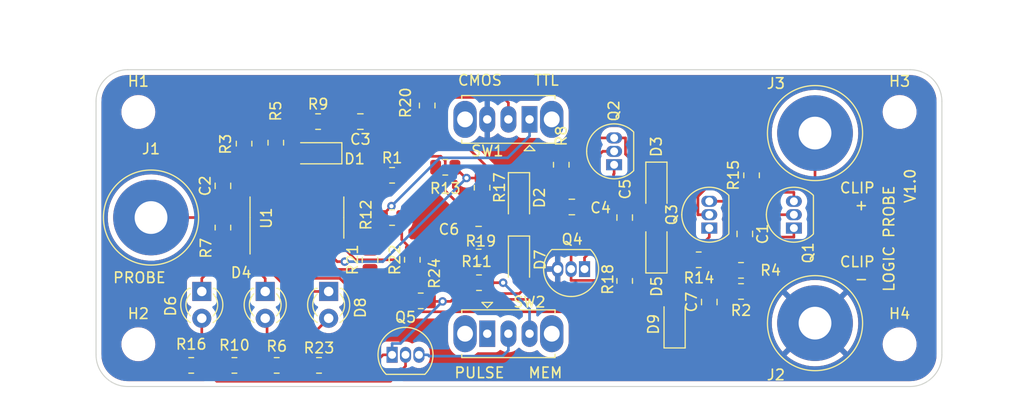
<source format=kicad_pcb>
(kicad_pcb (version 20221232) (generator pcbnew)
  (layers (0 "F.Cu" signal) (31 "B.Cu" signal) (34 "B.Paste" user) (35 "F.Paste" user) (36 "B.SilkS" user "B.Silkscreen") (37 "F.SilkS" user "F.Silkscreen") (38 "B.Mask" user) (39 "F.Mask" user) (44 "Edge.Cuts" user))
  (net 0 "")
  (net 1 "GND")
  (net 2 "Net-(Q1-E)")
  (net 3 "Net-(J1-Pin_1)")
  (net 4 "Net-(D2-A)")
  (net 5 "Net-(U1C--)")
  (net 6 "Net-(Q2-B)")
  (net 7 "Net-(Q2-E)")
  (net 8 "Net-(D3-A)")
  (net 9 "Net-(SW2-C)")
  (net 10 "Net-(D9-A)")
  (net 11 "Net-(D1-K)")
  (net 12 "VCC")
  (net 13 "Net-(D1-A)")
  (net 14 "Net-(D3-K)")
  (net 15 "Net-(D4-K)")
  (net 16 "Net-(D4-A)")
  (net 17 "Net-(D5-K)")
  (net 18 "Net-(D6-K)")
  (net 19 "Net-(D6-A)")
  (net 20 "Net-(D8-K)")
  (net 21 "Net-(D8-A)")
  (net 22 "Net-(Q1-B)")
  (net 23 "Net-(Q5-B)")
  (net 24 "Net-(Q5-C)")
  (net 25 "Net-(U1C-+)")
  (net 26 "Net-(R12-Pad2)")
  (net 27 "Net-(SW1-A)")
  (net 28 "Net-(U1B--)")
  (net 29 "Net-(SW1-B)")
  (net 30 "Net-(U1A-+)")
  (footprint "MountingHole:MountingHole_2.2mm_M2_DIN965" (layer "F.Cu") (at 187.85 83.24)
    (fp_text reference "H3" (at 0 -2.9) (layer "F.SilkS"))
    (fp_text value "MountingHole")
    (pad "" np_thru_hole circle locked (at 0 0) (size 2.2 2.2) (drill 2.2) (layers *.Cu *.Mask))
  )
  (footprint "Connector:Banana_Jack_1Pin" (layer "F.Cu") (at 179.85 85.24 90)
    (fp_text reference "J3" (at 4.7 -3.7 180) (layer "F.SilkS"))
    (fp_text value "VCC CLIP")
    (pad "1" thru_hole circle (at 0 0 90) (size 7.16 7.16) (drill 3.1) (layers *.Cu *.Mask) (net 10 "Net-(D9-A)"))
  )
  (footprint "Diode_SMD:D_SOD-123" (layer "F.Cu") (at 132.85 87.1525 180)
    (fp_text reference "D1" (at -3.45 -0.5375) (layer "F.SilkS"))
    (fp_text value "1N4148W")
    (pad "1" smd rect locked (at -1.65 0 180) (size 0.9 1.2) (layers "F.Cu" "F.Paste" "F.Mask") (net 11 "Net-(D1-K)"))
    (pad "2" smd rect locked (at 1.65 0 180) (size 0.9 1.2) (layers "F.Cu" "F.Paste" "F.Mask") (net 13 "Net-(D1-A)"))
  )
  (footprint "MountingHole:MountingHole_2.2mm_M2_DIN965" (layer "F.Cu") (at 187.85 105.24)
    (fp_text reference "H4" (at 0 -2.9) (layer "F.SilkS"))
    (fp_text value "MountingHole")
    (pad "" np_thru_hole circle locked (at 0 0) (size 2.2 2.2) (drill 2.2) (layers *.Cu *.Mask))
  )
  (footprint "Resistor_SMD:R_0805_2012Metric" (layer "F.Cu") (at 148.04 96.97 180)
    (fp_text reference "R19" (at -0.2 1.5) (layer "F.SilkS"))
    (fp_text value "100K")
    (pad "1" smd roundrect locked (at -0.9125 0 180) (size 1.025 1.4) (layers "F.Cu" "F.Paste" "F.Mask") (roundrect_rratio 0.243902439) (net 9 "Net-(SW2-C)"))
    (pad "2" smd roundrect locked (at 0.9125 0 180) (size 1.025 1.4) (layers "F.Cu" "F.Paste" "F.Mask") (roundrect_rratio 0.243902439) (net 1 "GND"))
  )
  (footprint "Resistor_SMD:R_0805_2012Metric" (layer "F.Cu") (at 124.9375 107.24 180)
    (fp_text reference "R10" (at 0 1.9125) (layer "F.SilkS"))
    (fp_text value "200R")
    (pad "1" smd roundrect locked (at -0.9125 0 180) (size 1.025 1.4) (layers "F.Cu" "F.Paste" "F.Mask") (roundrect_rratio 0.243902439) (net 12 "VCC"))
    (pad "2" smd roundrect locked (at 0.9125 0 180) (size 1.025 1.4) (layers "F.Cu" "F.Paste" "F.Mask") (roundrect_rratio 0.243902439) (net 19 "Net-(D6-A)"))
  )
  (footprint "Package_TO_SOT_THT:TO-92_Inline" (layer "F.Cu") (at 139.85 106.24)
    (fp_text reference "Q5" (at 1.27 -3.56) (layer "F.SilkS"))
    (fp_text value "2N3906")
    (pad "1" thru_hole rect locked (at 0 0) (size 1.05 1.5) (drill 0.75) (layers *.Cu *.Mask) (net 12 "VCC"))
    (pad "2" thru_hole oval locked (at 1.27 0) (size 1.05 1.5) (drill 0.75) (layers *.Cu *.Mask) (net 23 "Net-(Q5-B)"))
    (pad "3" thru_hole oval locked (at 2.54 0) (size 1.05 1.5) (drill 0.75) (layers *.Cu *.Mask) (net 24 "Net-(Q5-C)"))
  )
  (footprint "Capacitor_SMD:C_0805_2012Metric" (layer "F.Cu") (at 161.85 93.24 90)
    (fp_text reference "C5" (at 2.69 0.04 90) (layer "F.SilkS"))
    (fp_text value "200pF")
    (pad "1" smd roundrect locked (at -0.95 0 90) (size 1 1.45) (layers "F.Cu" "F.Paste" "F.Mask") (net 7 "Net-(Q2-E)"))
    (pad "2" smd roundrect locked (at 0.95 0 90) (size 1 1.45) (layers "F.Cu" "F.Paste" "F.Mask") (net 8 "Net-(D3-A)"))
  )
  (footprint "Diode_SMD:D_SOD-123" (layer "F.Cu") (at 164.85 96.24 90)
    (fp_text reference "D5" (at -3.53 0.02 90) (layer "F.SilkS"))
    (fp_text value "1N4148W")
    (pad "1" smd rect locked (at -1.65 0 90) (size 0.9 1.2) (layers "F.Cu" "F.Paste" "F.Mask") (net 17 "Net-(D5-K)"))
    (pad "2" smd rect locked (at 1.65 0 90) (size 0.9 1.2) (layers "F.Cu" "F.Paste" "F.Mask") (net 8 "Net-(D3-A)"))
  )
  (footprint "Resistor_SMD:R_0805_2012Metric" (layer "F.Cu") (at 123.85 94.19 -90)
    (fp_text reference "R7" (at 1.95 1.6 90) (layer "F.SilkS"))
    (fp_text value "100K")
    (pad "1" smd roundrect locked (at -0.9125 0 270) (size 1.025 1.4) (layers "F.Cu" "F.Paste" "F.Mask") (roundrect_rratio 0.243902439) (net 3 "Net-(J1-Pin_1)"))
    (pad "2" smd roundrect locked (at 0.9125 0 270) (size 1.025 1.4) (layers "F.Cu" "F.Paste" "F.Mask") (roundrect_rratio 0.243902439) (net 4 "Net-(D2-A)"))
  )
  (footprint "Package_TO_SOT_THT:TO-92_Inline" (layer "F.Cu") (at 177.85 94.24 90)
    (fp_text reference "Q1" (at -2.35 1.35 90) (layer "F.SilkS"))
    (fp_text value "2N3906")
    (pad "1" thru_hole rect locked (at 0 0 90) (size 1.05 1.5) (drill 0.75) (layers *.Cu *.Mask) (net 2 "Net-(Q1-E)"))
    (pad "2" thru_hole oval locked (at 1.27 0 90) (size 1.05 1.5) (drill 0.75) (layers *.Cu *.Mask) (net 22 "Net-(Q1-B)"))
    (pad "3" thru_hole oval locked (at 2.54 0 90) (size 1.05 1.5) (drill 0.75) (layers *.Cu *.Mask) (net 14 "Net-(D3-K)"))
  )
  (footprint "MountingHole:MountingHole_2.2mm_M2_DIN965" (layer "F.Cu") (at 115.85 83.24)
    (fp_text reference "H1" (at 0 -2.9) (layer "F.SilkS"))
    (fp_text value "MountingHole")
    (pad "" np_thru_hole circle locked (at 0 0) (size 2.2 2.2) (drill 2.2) (layers *.Cu *.Mask))
  )
  (footprint "Capacitor_SMD:C_0805_2012Metric" (layer "F.Cu") (at 148.03 94.81)
    (fp_text reference "C6" (at -2.8 -0.45) (layer "F.SilkS"))
    (fp_text value "1nF")
    (pad "1" smd roundrect locked (at -0.95 0) (size 1 1.45) (layers "F.Cu" "F.Paste" "F.Mask") (net 1 "GND"))
    (pad "2" smd roundrect locked (at 0.95 0) (size 1 1.45) (layers "F.Cu" "F.Paste" "F.Mask") (net 9 "Net-(SW2-C)"))
  )
  (footprint "Resistor_SMD:R_0805_2012Metric" (layer "F.Cu") (at 142.56 101.13)
    (fp_text reference "R24" (at 1.3 -2.6 90) (layer "F.SilkS"))
    (fp_text value "10K")
    (pad "1" smd roundrect locked (at -0.9125 0) (size 1.025 1.4) (layers "F.Cu" "F.Paste" "F.Mask") (roundrect_rratio 0.243902439) (net 30 "Net-(U1A-+)"))
    (pad "2" smd roundrect locked (at 0.9125 0) (size 1.025 1.4) (layers "F.Cu" "F.Paste" "F.Mask") (roundrect_rratio 0.243902439) (net 12 "VCC"))
  )
  (footprint "Resistor_SMD:R_0805_2012Metric" (layer "F.Cu") (at 148.36 90.41 -90)
    (fp_text reference "R17" (at 0 -1.65 90) (layer "F.SilkS"))
    (fp_text value "30K")
    (pad "1" smd roundrect locked (at -0.9125 0 270) (size 1.025 1.4) (layers "F.Cu" "F.Paste" "F.Mask") (roundrect_rratio 0.243902439) (net 28 "Net-(U1B--)"))
    (pad "2" smd roundrect locked (at 0.9125 0 270) (size 1.025 1.4) (layers "F.Cu" "F.Paste" "F.Mask") (roundrect_rratio 0.243902439) (net 1 "GND"))
  )
  (footprint "Resistor_SMD:R_0805_2012Metric" (layer "F.Cu") (at 161.85 99.24 90)
    (fp_text reference "R18" (at 0.15 -1.6 90) (layer "F.SilkS"))
    (fp_text value "4.7M")
    (pad "1" smd roundrect locked (at -0.9125 0 90) (size 1.025 1.4) (layers "F.Cu" "F.Paste" "F.Mask") (roundrect_rratio 0.243902439) (net 6 "Net-(Q2-B)"))
    (pad "2" smd roundrect locked (at 0.9125 0 90) (size 1.025 1.4) (layers "F.Cu" "F.Paste" "F.Mask") (roundrect_rratio 0.243902439) (net 1 "GND"))
  )
  (footprint "Resistor_SMD:R_0805_2012Metric" (layer "F.Cu") (at 155.85 88.24 -90)
    (fp_text reference "R8" (at -2.72 -0.01 90) (layer "F.SilkS"))
    (fp_text value "4.7M")
    (pad "1" smd roundrect locked (at -0.9125 0 270) (size 1.025 1.4) (layers "F.Cu" "F.Paste" "F.Mask") (roundrect_rratio 0.243902439) (net 12 "VCC"))
    (pad "2" smd roundrect locked (at 0.9125 0 270) (size 1.025 1.4) (layers "F.Cu" "F.Paste" "F.Mask") (roundrect_rratio 0.243902439) (net 6 "Net-(Q2-B)"))
  )
  (footprint "Resistor_SMD:R_0805_2012Metric" (layer "F.Cu") (at 143.17 82.63 -90)
    (fp_text reference "R20" (at -0.26 2.05 90) (layer "F.SilkS"))
    (fp_text value "20K")
    (pad "1" smd roundrect locked (at -0.9125 0 270) (size 1.025 1.4) (layers "F.Cu" "F.Paste" "F.Mask") (roundrect_rratio 0.243902439) (net 1 "GND"))
    (pad "2" smd roundrect locked (at 0.9125 0 270) (size 1.025 1.4) (layers "F.Cu" "F.Paste" "F.Mask") (roundrect_rratio 0.243902439) (net 29 "Net-(SW1-B)"))
  )
  (footprint "Capacitor_SMD:C_0805_2012Metric" (layer "F.Cu") (at 169.85 101.24 90)
    (fp_text reference "C7" (at 0 -1.68 90) (layer "F.SilkS"))
    (fp_text value "100nF")
    (pad "1" smd roundrect locked (at -0.95 0 90) (size 1 1.45) (layers "F.Cu" "F.Paste" "F.Mask") (net 1 "GND"))
    (pad "2" smd roundrect locked (at 0.95 0 90) (size 1 1.45) (layers "F.Cu" "F.Paste" "F.Mask") (net 10 "Net-(D9-A)"))
  )
  (footprint "Button_Switch_THT:SW_Slide_1P2T_CK_OS102011MS2Q" (layer "F.Cu") (at 148.85 104.24)
    (fp_text reference "SW2" (at 3.99 -2.99) (layer "F.SilkS"))
    (fp_text value "SW_SPDT")
    (pad "" thru_hole oval locked (at -2.1 0) (size 2.2 3.5) (drill 1.5) (layers *.Cu *.Mask))
    (pad "" thru_hole oval locked (at 6.1 0) (size 2.2 3.5) (drill 1.5) (layers *.Cu *.Mask))
    (pad "1" thru_hole rect locked (at 0 0) (size 1.5 2.5) (drill 0.8) (layers *.Cu *.Mask))
    (pad "2" thru_hole oval locked (at 2 0) (size 1.5 2.5) (drill 0.8) (layers *.Cu *.Mask) (net 24 "Net-(Q5-C)"))
    (pad "3" thru_hole oval locked (at 4 0) (size 1.5 2.5) (drill 0.8) (layers *.Cu *.Mask) (net 9 "Net-(SW2-C)"))
  )
  (footprint "Connector:Banana_Jack_1Pin" (layer "F.Cu") (at 117.05 93.24)
    (fp_text reference "J1" (at 0 -6.5) (layer "F.SilkS"))
    (fp_text value "PROBE")
    (pad "1" thru_hole circle (at 0 0) (size 7.16 7.16) (drill 3.1) (layers *.Cu *.Mask) (net 3 "Net-(J1-Pin_1)"))
  )
  (footprint "Capacitor_SMD:C_0805_2012Metric" (layer "F.Cu") (at 156.85 92.24)
    (fp_text reference "C4" (at 2.72 0.08) (layer "F.SilkS"))
    (fp_text value "100pF")
    (pad "1" smd roundrect locked (at -0.95 0) (size 1 1.45) (layers "F.Cu" "F.Paste" "F.Mask") (net 4 "Net-(D2-A)"))
    (pad "2" smd roundrect locked (at 0.95 0) (size 1 1.45) (layers "F.Cu" "F.Paste" "F.Mask") (net 6 "Net-(Q2-B)"))
  )
  (footprint "Capacitor_SMD:C_0805_2012Metric" (layer "F.Cu") (at 173.21 94.79 -90)
    (fp_text reference "C1" (at 0 -1.68 90) (layer "F.SilkS"))
    (fp_text value "5nF")
    (pad "1" smd roundrect locked (at -0.95 0 270) (size 1 1.45) (layers "F.Cu" "F.Paste" "F.Mask") (net 1 "GND"))
    (pad "2" smd roundrect locked (at 0.95 0 270) (size 1 1.45) (layers "F.Cu" "F.Paste" "F.Mask") (net 2 "Net-(Q1-E)"))
  )
  (footprint "Resistor_SMD:R_0805_2012Metric" (layer "F.Cu") (at 172.85 100.24)
    (fp_text reference "R2" (at 0 1.8) (layer "F.SilkS"))
    (fp_text value "100K")
    (pad "1" smd roundrect locked (at -0.9125 0) (size 1.025 1.4) (layers "F.Cu" "F.Paste" "F.Mask") (roundrect_rratio 0.243902439) (net 25 "Net-(U1C-+)"))
    (pad "2" smd roundrect locked (at 0.9125 0) (size 1.025 1.4) (layers "F.Cu" "F.Paste" "F.Mask") (roundrect_rratio 0.243902439) (net 12 "VCC"))
  )
  (footprint "Resistor_SMD:R_0805_2012Metric" (layer "F.Cu") (at 172.85 98.24 180)
    (fp_text reference "R4" (at -2.8 0) (layer "F.SilkS"))
    (fp_text value "100K")
    (pad "1" smd roundrect locked (at -0.9125 0 180) (size 1.025 1.4) (layers "F.Cu" "F.Paste" "F.Mask") (roundrect_rratio 0.243902439) (net 2 "Net-(Q1-E)"))
    (pad "2" smd roundrect locked (at 0.9125 0 180) (size 1.025 1.4) (layers "F.Cu" "F.Paste" "F.Mask") (roundrect_rratio 0.243902439) (net 25 "Net-(U1C-+)"))
  )
  (footprint "Resistor_SMD:R_0805_2012Metric" (layer "F.Cu") (at 141.7625 97.24 90)
    (fp_text reference "R22" (at 0 -1.65 90) (layer "F.SilkS"))
    (fp_text value "4.7M")
    (pad "1" smd roundrect locked (at -0.9125 0 90) (size 1.025 1.4) (layers "F.Cu" "F.Paste" "F.Mask") (roundrect_rratio 0.243902439) (net 4 "Net-(D2-A)"))
    (pad "2" smd roundrect locked (at 0.9125 0 90) (size 1.025 1.4) (layers "F.Cu" "F.Paste" "F.Mask") (roundrect_rratio 0.243902439) (net 26 "Net-(R12-Pad2)"))
  )
  (footprint "Resistor_SMD:R_0805_2012Metric" (layer "F.Cu") (at 148.07 99.41)
    (fp_text reference "R11" (at -0.227064 -2) (layer "F.SilkS"))
    (fp_text value "100K")
    (pad "1" smd roundrect locked (at -0.9125 0) (size 1.025 1.4) (layers "F.Cu" "F.Paste" "F.Mask") (roundrect_rratio 0.243902439) (net 12 "VCC"))
    (pad "2" smd roundrect locked (at 0.9125 0) (size 1.025 1.4) (layers "F.Cu" "F.Paste" "F.Mask") (roundrect_rratio 0.243902439) (net 9 "Net-(SW2-C)"))
  )
  (footprint "Package_TO_SOT_THT:TO-92_Inline" (layer "F.Cu") (at 158.05 98.12 180)
    (fp_text reference "Q4" (at 1.17 2.81) (layer "F.SilkS"))
    (fp_text value "2N3906")
    (pad "1" thru_hole rect locked (at 0 0 180) (size 1.05 1.5) (drill 0.75) (layers *.Cu *.Mask) (net 7 "Net-(Q2-E)"))
    (pad "2" thru_hole oval locked (at 1.27 0 180) (size 1.05 1.5) (drill 0.75) (layers *.Cu *.Mask) (net 6 "Net-(Q2-B)"))
    (pad "3" thru_hole oval locked (at 2.54 0 180) (size 1.05 1.5) (drill 0.75) (layers *.Cu *.Mask) (net 1 "GND"))
  )
  (footprint "MountingHole:MountingHole_2.2mm_M2_DIN965" (layer "F.Cu") (at 115.85 105.24)
    (fp_text reference "H2" (at 0 -2.9) (layer "F.SilkS"))
    (fp_text value "MountingHole")
    (pad "" np_thru_hole circle locked (at 0 0) (size 2.2 2.2) (drill 2.2) (layers *.Cu *.Mask))
  )
  (footprint "Resistor_SMD:R_0805_2012Metric" (layer "F.Cu") (at 125.85 86.24 90)
    (fp_text reference "R3" (at -0.05 -1.75 90) (layer "F.SilkS"))
    (fp_text value "200R")
    (pad "1" smd roundrect locked (at -0.9125 0 90) (size 1.025 1.4) (layers "F.Cu" "F.Paste" "F.Mask") (roundrect_rratio 0.243902439) (net 12 "VCC"))
    (pad "2" smd roundrect locked (at 0.9125 0 90) (size 1.025 1.4) (layers "F.Cu" "F.Paste" "F.Mask") (roundrect_rratio 0.243902439) (net 13 "Net-(D1-A)"))
  )
  (footprint "Button_Switch_THT:SW_Slide_1P2T_CK_OS102011MS2Q" (layer "F.Cu") (at 152.85 83.9425 180)
    (fp_text reference "SW1" (at 3.99 -2.99) (layer "F.SilkS"))
    (fp_text value "SW_SPDT")
    (pad "" thru_hole oval locked (at -2.1 0 180) (size 2.2 3.5) (drill 1.5) (layers *.Cu *.Mask))
    (pad "" thru_hole oval locked (at 6.1 0 180) (size 2.2 3.5) (drill 1.5) (layers *.Cu *.Mask))
    (pad "1" thru_hole rect locked (at 0 0 180) (size 1.5 2.5) (drill 0.8) (layers *.Cu *.Mask) (net 27 "Net-(SW1-A)"))
    (pad "2" thru_hole oval locked (at 2 0 180) (size 1.5 2.5) (drill 0.8) (layers *.Cu *.Mask) (net 29 "Net-(SW1-B)"))
    (pad "3" thru_hole oval locked (at 4 0 180) (size 1.5 2.5) (drill 0.8) (layers *.Cu *.Mask) (net 1 "GND"))
  )
  (footprint "Resistor_SMD:R_0805_2012Metric" (layer "F.Cu") (at 132.85 84.1525)
    (fp_text reference "R9" (at 0 -1.65) (layer "F.SilkS"))
    (fp_text value "120K")
    (pad "1" smd roundrect locked (at -0.9125 0) (size 1.025 1.4) (layers "F.Cu" "F.Paste" "F.Mask") (roundrect_rratio 0.243902439) (net 13 "Net-(D1-A)"))
    (pad "2" smd roundrect locked (at 0.9125 0) (size 1.025 1.4) (layers "F.Cu" "F.Paste" "F.Mask") (roundrect_rratio 0.243902439) (net 5 "Net-(U1C--)"))
  )
  (footprint "Connector:Banana_Jack_1Pin" (layer "F.Cu") (at 179.85 103.24 90)
    (fp_text reference "J2" (at -4.9 -3.7 180) (layer "F.SilkS"))
    (fp_text value "GND CLIP")
    (pad "1" thru_hole circle (at 0 0 90) (size 7.16 7.16) (drill 3.1) (layers *.Cu *.Mask) (net 1 "GND"))
  )
  (footprint "LED_THT:LED_D3.0mm_FlatTop" (layer "F.Cu") (at 121.85 100.24 -90)
    (fp_text reference "D6" (at 1.38 2.95 90) (layer "F.SilkS"))
    (fp_text value "CLK")
    (pad "1" thru_hole rect locked (at 0 0 270) (size 1.8 1.8) (drill 0.9) (layers *.Cu *.Mask) (net 18 "Net-(D6-K)"))
    (pad "2" thru_hole circle locked (at 2.54 0 270) (size 1.8 1.8) (drill 0.9) (layers *.Cu *.Mask) (net 19 "Net-(D6-A)"))
  )
  (footprint "Resistor_SMD:R_0805_2012Metric" (layer "F.Cu") (at 144.88 88.48)
    (fp_text reference "R13" (at 0 2) (layer "F.SilkS"))
    (fp_text value "20K")
    (pad "1" smd roundrect locked (at -0.9125 0) (size 1.025 1.4) (layers "F.Cu" "F.Paste" "F.Mask") (roundrect_rratio 0.243902439) (net 26 "Net-(R12-Pad2)"))
    (pad "2" smd roundrect locked (at 0.9125 0) (size 1.025 1.4) (layers "F.Cu" "F.Paste" "F.Mask") (roundrect_rratio 0.243902439) (net 28 "Net-(U1B--)"))
  )
  (footprint "Resistor_SMD:R_0805_2012Metric" (layer "F.Cu") (at 139.85 93.24)
    (fp_text reference "R12" (at -2.4625 -0.25 90) (layer "F.SilkS"))
    (fp_text value "15K")
    (pad "1" smd roundrect locked (at -0.9125 0) (size 1.025 1.4) (layers "F.Cu" "F.Paste" "F.Mask") (roundrect_rratio 0.243902439) (net 27 "Net-(SW1-A)"))
    (pad "2" smd roundrect locked (at 0.9125 0) (size 1.025 1.4) (layers "F.Cu" "F.Paste" "F.Mask") (roundrect_rratio 0.243902439) (net 26 "Net-(R12-Pad2)"))
  )
  (footprint "Package_TO_SOT_THT:TO-92_Inline" (layer "F.Cu") (at 160.85 88.24 90)
    (fp_text reference "Q2" (at 5.1 -0.02 90) (layer "F.SilkS"))
    (fp_text value "2N3904")
    (pad "1" thru_hole rect locked (at 0 0 90) (size 1.05 1.5) (drill 0.75) (layers *.Cu *.Mask) (net 7 "Net-(Q2-E)"))
    (pad "2" thru_hole oval locked (at 1.27 0 90) (size 1.05 1.5) (drill 0.75) (layers *.Cu *.Mask) (net 6 "Net-(Q2-B)"))
    (pad "3" thru_hole oval locked (at 2.54 0 90) (size 1.05 1.5) (drill 0.75) (layers *.Cu *.Mask) (net 12 "VCC"))
  )
  (footprint "Resistor_SMD:R_0805_2012Metric" (layer "F.Cu") (at 139.85 89.24)
    (fp_text reference "R1" (at 0 -1.65) (layer "F.SilkS"))
    (fp_text value "100K")
    (pad "1" smd roundrect locked (at -0.9125 0) (size 1.025 1.4) (layers "F.Cu" "F.Paste" "F.Mask") (roundrect_rratio 0.243902439) (net 11 "Net-(D1-K)"))
    (pad "2" smd roundrect locked (at 0.9125 0) (size 1.025 1.4) (layers "F.Cu" "F.Paste" "F.Mask") (roundrect_rratio 0.243902439) (net 25 "Net-(U1C-+)"))
  )
  (footprint "LED_THT:LED_D3.0mm_FlatTop" (layer "F.Cu") (at 133.85 100.24 -90)
    (fp_text reference "D8" (at 1.54 -3 90) (layer "F.SilkS"))
    (fp_text value "HIGH")
    (pad "1" thru_hole rect locked (at 0 0 270) (size 1.8 1.8) (drill 0.9) (layers *.Cu *.Mask) (net 20 "Net-(D8-K)"))
    (pad "2" thru_hole circle locked (at 2.54 0 270) (size 1.8 1.8) (drill 0.9) (layers *.Cu *.Mask) (net 21 "Net-(D8-A)"))
  )
  (footprint "Package_TO_SOT_THT:TO-92_Inline" (layer "F.Cu") (at 169.85 94.24 90)
    (fp_text reference "Q3" (at 1.27 -3.56 90) (layer "F.SilkS"))
    (fp_text value "2N3904")
    (pad "1" thru_hole rect locked (at 0 0 90) (size 1.05 1.5) (drill 0.75) (layers *.Cu *.Mask) (net 17 "Net-(D5-K)"))
    (pad "2" thru_hole oval locked (at 1.27 0 90) (size 1.05 1.5) (drill 0.75) (layers *.Cu *.Mask) (net 14 "Net-(D3-K)"))
    (pad "3" thru_hole oval locked (at 2.54 0 90) (size 1.05 1.5) (drill 0.75) (layers *.Cu *.Mask) (net 22 "Net-(Q1-B)"))
  )
  (footprint "Resistor_SMD:R_0805_2012Metric" (layer "F.Cu") (at 168.85 97.24)
    (fp_text reference "R14" (at 0.02 1.72) (layer "F.SilkS"))
    (fp_text value "2K")
    (pad "1" smd roundrect locked (at -0.9125 0) (size 1.025 1.4) (layers "F.Cu" "F.Paste" "F.Mask") (roundrect_rratio 0.243902439) (net 17 "Net-(D5-K)"))
    (pad "2" smd roundrect locked (at 0.9125 0) (size 1.025 1.4) (layers "F.Cu" "F.Paste" "F.Mask") (roundrect_rratio 0.243902439) (net 1 "GND"))
  )
  (footprint "Resistor_SMD:R_0805_2012Metric" (layer "F.Cu") (at 128.9375 107.24 180)
    (fp_text reference "R6" (at -0.0025 1.81) (layer "F.SilkS"))
    (fp_text value "220R")
    (pad "1" smd roundrect locked (at -0.9125 0 180) (size 1.025 1.4) (layers "F.Cu" "F.Paste" "F.Mask") (roundrect_rratio 0.243902439) (net 12 "VCC"))
    (pad "2" smd roundrect locked (at 0.9125 0 180) (size 1.025 1.4) (layers "F.Cu" "F.Paste" "F.Mask") (roundrect_rratio 0.243902439) (net 16 "Net-(D4-A)"))
  )
  (footprint "Resistor_SMD:R_0805_2012Metric" (layer "F.Cu") (at 173.85 89.24 -90)
    (fp_text reference "R15" (at -0.01 1.72 90) (layer "F.SilkS"))
    (fp_text value "4.7K")
    (pad "1" smd roundrect locked (at -0.9125 0 270) (size 1.025 1.4) (layers "F.Cu" "F.Paste" "F.Mask") (roundrect_rratio 0.243902439) (net 14 "Net-(D3-K)"))
    (pad "2" smd roundrect locked (at 0.9125 0 270) (size 1.025 1.4) (layers "F.Cu" "F.Paste" "F.Mask") (roundrect_rratio 0.243902439) (net 1 "GND"))
  )
  (footprint "Resistor_SMD:R_0805_2012Metric" (layer "F.Cu") (at 132.9375 107.24)
    (fp_text reference "R23" (at 0 -1.65) (layer "F.SilkS"))
    (fp_text value "200R")
    (pad "1" smd roundrect locked (at -0.9125 0) (size 1.025 1.4) (layers "F.Cu" "F.Paste" "F.Mask") (roundrect_rratio 0.243902439) (net 21 "Net-(D8-A)"))
    (pad "2" smd roundrect locked (at 0.9125 0) (size 1.025 1.4) (layers "F.Cu" "F.Paste" "F.Mask") (roundrect_rratio 0.243902439) (net 12 "VCC"))
  )
  (footprint "Diode_SMD:D_SOD-123" (layer "F.Cu") (at 151.85 97.24 -90)
    (fp_text reference "D7" (at 0 -2 90) (layer "F.SilkS"))
    (fp_text value "1N4148W")
    (pad "1" smd rect locked (at -1.65 0 270) (size 0.9 1.2) (layers "F.Cu" "F.Paste" "F.Mask") (net 4 "Net-(D2-A)"))
    (pad "2" smd rect locked (at 1.65 0 270) (size 0.9 1.2) (layers "F.Cu" "F.Paste" "F.Mask") (net 1 "GND"))
  )
  (footprint "Package_SO:SOIC-14_3.9x8.7mm_P1.27mm" (layer "F.Cu") (at 130.85 93.24 90)
    (fp_text reference "U1" (at -0.06 -2.89 90) (layer "F.SilkS"))
    (fp_text value "LM2901")
    (pad "1" smd roundrect locked (at -2.475 -3.81 90) (size 1.95 0.6) (layers "F.Cu" "F.Paste" "F.Mask") (net 15 "Net-(D4-K)"))
    (pad "2" smd roundrect locked (at -2.475 -2.54 90) (size 1.95 0.6) (layers "F.Cu" "F.Paste" "F.Mask") (net 20 "Net-(D8-K)"))
    (pad "3" smd roundrect locked (at -2.475 -1.27 90) (size 1.95 0.6) (layers "F.Cu" "F.Paste" "F.Mask") (net 12 "VCC"))
    (pad "4" smd roundrect locked (at -2.475 0 90) (size 1.95 0.6) (layers "F.Cu" "F.Paste" "F.Mask") (net 4 "Net-(D2-A)"))
    (pad "5" smd roundrect locked (at -2.475 1.27 90) (size 1.95 0.6) (layers "F.Cu" "F.Paste" "F.Mask") (net 30 "Net-(U1A-+)"))
    (pad "6" smd roundrect locked (at -2.475 2.54 90) (size 1.95 0.6) (layers "F.Cu" "F.Paste" "F.Mask") (net 28 "Net-(U1B--)"))
    (pad "7" smd roundrect locked (at -2.475 3.81 90) (size 1.95 0.6) (layers "F.Cu" "F.Paste" "F.Mask") (net 4 "Net-(D2-A)"))
    (pad "8" smd roundrect locked (at 2.475 3.81 90) (size 1.95 0.6) (layers "F.Cu" "F.Paste" "F.Mask") (net 9 "Net-(SW2-C)"))
    (pad "9" smd roundrect locked (at 2.475 2.54 90) (size 1.95 0.6) (layers "F.Cu" "F.Paste" "F.Mask") (net 13 "Net-(D1-A)"))
    (pad "10" smd roundrect locked (at 2.475 1.27 90) (size 1.95 0.6) (layers "F.Cu" "F.Paste" "F.Mask") (net 5 "Net-(U1C--)"))
    (pad "11" smd roundrect locked (at 2.475 0 90) (size 1.95 0.6) (layers "F.Cu" "F.Paste" "F.Mask") (net 25 "Net-(U1C-+)"))
    (pad "12" smd roundrect locked (at 2.475 -1.27 90) (size 1.95 0.6) (layers "F.Cu" "F.Paste" "F.Mask") (net 1 "GND"))
    (pad "13" smd roundrect locked (at 2.475 -2.54 90) (size 1.95 0.6) (layers "F.Cu" "F.Paste" "F.Mask") (net 11 "Net-(D1-K)"))
    (pad "14" smd roundrect locked (at 2.475 -3.81 90) (size 1.95 0.6) (layers "F.Cu" "F.Paste" "F.Mask") (net 18 "Net-(D6-K)"))
  )
  (footprint "Diode_SMD:D_SOD-123" (layer "F.Cu") (at 164.85 90.24 -90)
    (fp_text reference "D3" (at -3.71 0.01 90) (layer "F.SilkS"))
    (fp_text value "1N4148W")
    (pad "1" smd rect locked (at -1.65 0 270) (size 0.9 1.2) (layers "F.Cu" "F.Paste" "F.Mask") (net 14 "Net-(D3-K)"))
    (pad "2" smd rect locked (at 1.65 0 270) (size 0.9 1.2) (layers "F.Cu" "F.Paste" "F.Mask") (net 8 "Net-(D3-A)"))
  )
  (footprint "Diode_SMD:D_SOD-123" (layer "F.Cu") (at 151.85 91.24 -90)
    (fp_text reference "D2" (at 0.13 -1.94 90) (layer "F.SilkS"))
    (fp_text value "1N4148W")
    (pad "1" smd rect locked (at -1.65 0 270) (size 0.9 1.2) (layers "F.Cu" "F.Paste" "F.Mask") (net 12 "VCC"))
    (pad "2" smd rect locked (at 1.65 0 270) (size 0.9 1.2) (layers "F.Cu" "F.Paste" "F.Mask") (net 4 "Net-(D2-A)"))
  )
  (footprint "Resistor_SMD:R_0805_2012Metric" (layer "F.Cu") (at 120.85 107.24)
    (fp_text reference "R16" (at 0 -2) (layer "F.SilkS"))
    (fp_text value "30K")
    (pad "1" smd roundrect locked (at -0.9125 0) (size 1.025 1.4) (layers "F.Cu" "F.Paste" "F.Mask") (roundrect_rratio 0.243902439) (net 19 "Net-(D6-A)"))
    (pad "2" smd roundrect locked (at 0.9125 0) (size 1.025 1.4) (layers "F.Cu" "F.Paste" "F.Mask") (roundrect_rratio 0.243902439) (net 23 "Net-(Q5-B)"))
  )
  (footprint "Diode_SMD:D_SOD-123" (layer "F.Cu") (at 166.57 103.34 90)
    (fp_text reference "D9" (at 0 -2 90) (layer "F.SilkS"))
    (fp_text value "1N4002")
    (pad "1" smd rect locked (at -1.65 0 90) (size 0.9 1.2) (layers "F.Cu" "F.Paste" "F.Mask") (net 12 "VCC"))
    (pad "2" smd rect locked (at 1.65 0 90) (size 0.9 1.2) (layers "F.Cu" "F.Paste" "F.Mask") (net 10 "Net-(D9-A)"))
  )
  (footprint "LED_THT:LED_D3.0mm_FlatTop" (layer "F.Cu") (at 127.85 100.24 -90)
    (fp_text reference "D4" (at -1.78 2.28) (layer "F.SilkS"))
    (fp_text value "LOW")
    (pad "1" thru_hole rect locked (at 0 0 270) (size 1.8 1.8) (drill 0.9) (layers *.Cu *.Mask) (net 15 "Net-(D4-K)"))
    (pad "2" thru_hole circle locked (at 2.54 0 270) (size 1.8 1.8) (drill 0.9) (layers *.Cu *.Mask) (net 16 "Net-(D4-A)"))
  )
  (footprint "Capacitor_SMD:C_0805_2012Metric" (layer "F.Cu") (at 136.85 84.1525 180)
    (fp_text reference "C3" (at 0 -1.68) (layer "F.SilkS"))
    (fp_text value "47nF")
    (pad "1" smd roundrect locked (at -0.95 0 180) (size 1 1.45) (layers "F.Cu" "F.Paste" "F.Mask") (net 1 "GND"))
    (pad "2" smd roundrect locked (at 0.95 0 180) (size 1 1.45) (layers "F.Cu" "F.Paste" "F.Mask") (net 5 "Net-(U1C--)"))
  )
  (footprint "Resistor_SMD:R_0805_2012Metric" (layer "F.Cu") (at 128.85 86.1525 -90)
    (fp_text reference "R5" (at -3 0 90) (layer "F.SilkS"))
    (fp_text value "30K")
    (pad "1" smd roundrect locked (at -0.9125 0 270) (size 1.025 1.4) (layers "F.Cu" "F.Paste" "F.Mask") (roundrect_rratio 0.243902439) (net 13 "Net-(D1-A)"))
    (pad "2" smd roundrect locked (at 0.9125 0 270) (size 1.025 1.4) (layers "F.Cu" "F.Paste" "F.Mask") (roundrect_rratio 0.243902439) (net 1 "GND"))
  )
  (footprint "Capacitor_SMD:C_0805_2012Metric" (layer "F.Cu") (at 123.85 90.24 90)
    (fp_text reference "C2" (at 0 -1.68 90) (layer "F.SilkS"))
    (fp_text value "1nF")
    (pad "1" smd roundrect locked (at -0.95 0 90) (size 1 1.45) (layers "F.Cu" "F.Paste" "F.Mask") (net 3 "Net-(J1-Pin_1)"))
    (pad "2" smd roundrect locked (at 0.95 0 90) (size 1 1.45) (layers "F.Cu" "F.Paste" "F.Mask") (net 4 "Net-(D2-A)"))
  )
  (footprint "Resistor_SMD:R_0805_2012Metric" (layer "F.Cu") (at 137.7625 97.24 90)
    (fp_text reference "R21" (at 0 -1.65 90) (layer "F.SilkS"))
    (fp_text value "5.1K")
    (pad "1" smd roundrect locked (at -0.9125 0 90) (size 1.025 1.4) (layers "F.Cu" "F.Paste" "F.Mask") (roundrect_rratio 0.243902439) (net 30 "Net-(U1A-+)"))
    (pad "2" smd roundrect locked (at 0.9125 0 90) (size 1.025 1.4) (layers "F.Cu" "F.Paste" "F.Mask") (roundrect_rratio 0.243902439) (net 27 "Net-(SW1-A)"))
  )
  (gr_arc (start 188.85 79.24) (mid 190.952728 80.10025) (end 191.85 82.24) (stroke (width 0.1)) (layer "Edge.Cuts"))
  (gr_line (start 111.85 82.24) (end 111.85 106.24) (stroke (width 0.1)) (layer "Edge.Cuts"))
  (gr_arc (start 191.85 106.24) (mid 190.98975 108.342728) (end 188.85 109.24) (stroke (width 0.1)) (layer "Edge.Cuts"))
  (gr_arc (start 111.85 82.24) (mid 112.71025 80.137272) (end 114.85 79.24) (stroke (width 0.1)) (layer "Edge.Cuts"))
  (gr_line (start 114.85 109.24) (end 188.85 109.24) (stroke (width 0.1)) (layer "Edge.Cuts"))
  (gr_line (start 191.85 106.24) (end 191.85 82.24) (stroke (width 0.1)) (layer "Edge.Cuts"))
  (gr_line (start 188.85 79.24) (end 114.85 79.24) (stroke (width 0.1)) (layer "Edge.Cuts"))
  (gr_arc (start 114.85 109.24) (mid 112.747272 108.37975) (end 111.85 106.24) (stroke (width 0.1)) (layer "Edge.Cuts"))
  (gr_text "PULSE   MEM" (at 150.85 107.9425) (layer "F.SilkS") (effects (font (size 1 1))))
  (gr_text "CMOS    TTL" (at 150.85 80.24) (layer "F.SilkS") (effects (font (size 1 1))))
  (gr_text "CLIP\n -" (at 183.85 98.24) (layer "F.SilkS") (effects (font (size 1 1))))
  (gr_text "CLIP\n +" (at 183.85 91.24) (layer "F.SilkS") (effects (font (size 1 1))))
  (gr_text "PROBE" (at 115.95 98.94) (layer "F.SilkS") (effects (font (size 1 1))))
  (gr_text "V1.0" (at 188.85 90.24 90) (layer "F.SilkS") (effects (font (size 1 1))))
  (gr_text "LOGIC PROBE" (at 186.85 95.24 90) (layer "F.SilkS") (effects (font (size 1 1))))
  (segment (start 177.85 95.0903) (end 174.9647 95.0903) (width 0.25) (layer "F.Cu") (net 2))
  (segment (start 177.85 94.24) (end 177.85 95.0903) (width 0.25) (layer "F.Cu") (net 2))
  (segment (start 174.9647 95.0903) (end 173.7625 96.2925) (width 0.25) (layer "F.Cu") (net 2))
  (segment (start 173.21 95.74) (end 173.7625 96.2925) (width 0.25) (layer "F.Cu") (net 2))
  (segment (start 173.7625 96.2925) (end 173.7625 98.24) (width 0.25) (layer "F.Cu") (net 2))
  (segment (start 123.85 91.19) (end 123.85 93.24) (width 0.25) (layer "F.Cu") (net 3))
  (segment (start 123.85 93.24) (end 117.05 93.24) (width 0.25) (layer "F.Cu") (net 3))
  (segment (start 123.85 93.24) (end 123.85 93.2775) (width 0.25) (layer "F.Cu") (net 3))
  (segment (start 147.4434 98.1525) (end 148.07 98.7791) (width 0.25) (layer "F.Cu") (net 4))
  (segment (start 134.66 95.3153) (end 133.7543 94.4096) (width 0.25) (layer "F.Cu") (net 4))
  (segment (start 131.7755 94.4096) (end 130.85 95.3351) (width 0.25) (layer "F.Cu") (net 4))
  (segment (start 152.8209 99.5026) (end 152.8209 97.3362) (width 0.25) (layer "F.Cu") (net 4))
  (segment (start 123.85 85.7759) (end 123.85 89.29) (width 0.25) (layer "F.Cu") (net 4))
  (segment (start 130.85 95.3351) (end 130.85 95.715) (width 0.25) (layer "F.Cu") (net 4))
  (segment (start 152.8209 97.3362) (end 151.85 96.3653) (width 0.25) (layer "F.Cu") (net 4))
  (segment (start 124.9573 93.9952) (end 123.85 95.1025) (width 0.25) (layer "F.Cu") (net 4))
  (segment (start 151.85 95.59) (end 151.85 96.3653) (width 0.25) (layer "F.Cu") (net 4))
  (segment (start 133.7543 94.4096) (end 131.7755 94.4096) (width 0.25) (layer "F.Cu") (net 4))
  (segment (start 124.9573 90.3973) (end 124.9573 93.9952) (width 0.25) (layer "F.Cu") (net 4))
  (segment (start 136.3946 97.24) (end 140.85 97.24) (width 0.25) (layer "F.Cu") (net 4))
  (segment (start 155.9 92.24) (end 152.5 92.24) (width 0.25) (layer "F.Cu") (net 4))
  (segment (start 152.5 92.11) (end 146.7648 86.3748) (width 0.25) (layer "F.Cu") (net 4))
  (segment (start 141.7625 98.1525) (end 147.4434 98.1525) (width 0.25) (layer "F.Cu") (net 4))
  (segment (start 146.7648 86.3748) (end 143.4095 86.3748) (width 0.25) (layer "F.Cu") (net 4))
  (segment (start 134.8696 95.715) (end 136.3946 97.24) (width 0.25) (layer "F.Cu") (net 4))
  (segment (start 148.07 98.7791) (end 148.07 100.041) (width 0.25) (layer "F.Cu") (net 4))
  (segment (start 127.0302 82.5957) (end 123.85 85.7759) (width 0.25) (layer "F.Cu") (net 4))
  (segment (start 148.07 100.041) (end 148.4679 100.4389) (width 0.25) (layer "F.Cu") (net 4))
  (segment (start 143.4095 86.3748) (end 139.6304 82.5957) (width 0.25) (layer "F.Cu") (net 4))
  (segment (start 134.66 95.715) (end 134.8696 95.715) (width 0.25) (layer "F.Cu") (net 4))
  (segment (start 140.85 97.24) (end 141.7625 98.1525) (width 0.25) (layer "F.Cu") (net 4))
  (segment (start 152.5 92.24) (end 151.85 92.89) (width 0.25) (layer "F.Cu") (net 4))
  (segment (start 148.4679 100.4389) (end 151.8846 100.4389) (width 0.25) (layer "F.Cu") (net 4))
  (segment (start 151.85 92.89) (end 151.85 95.59) (width 0.25) (layer "F.Cu") (net 4))
  (segment (start 139.6304 82.5957) (end 127.0302 82.5957) (width 0.25) (layer "F.Cu") (net 4))
  (segment (start 134.66 95.715) (end 134.66 95.3153) (width 0.25) (layer "F.Cu") (net 4))
  (segment (start 123.85 89.29) (end 124.9573 90.3973) (width 0.25) (layer "F.Cu") (net 4))
  (segment (start 152.5 92.24) (end 152.5 92.11) (width 0.25) (layer "F.Cu") (net 4))
  (segment (start 151.8846 100.4389) (end 152.8209 99.5026) (width 0.25) (layer "F.Cu") (net 4))
  (segment (start 132.12 90.765) (end 132.12 90.3368) (width 0.25) (layer "F.Cu") (net 5))
  (segment (start 132.12 90.3368) (end 134.262 88.1948) (width 0.25) (layer "F.Cu") (net 5))
  (segment (start 134.9768 88.1948) (end 135.9 87.2716) (width 0.25) (layer "F.Cu") (net 5))
  (segment (start 135.9 84.1525) (end 133.7625 84.1525) (width 0.25) (layer "F.Cu") (net 5))
  (segment (start 134.262 88.1948) (end 134.9768 88.1948) (width 0.25) (layer "F.Cu") (net 5))
  (segment (start 135.9 87.2716) (end 135.9 84.1525) (width 0.25) (layer "F.Cu") (net 5))
  (segment (start 160.8928 99.1953) (end 161.85 100.1525) (width 0.25) (layer "F.Cu") (net 6))
  (segment (start 157.8 91.1025) (end 156.7211 90.0236) (width 0.25) (layer "F.Cu") (net 6))
  (segment (start 160.85 86.97) (end 159.7747 86.97) (width 0.25) (layer "F.Cu") (net 6))
  (segment (start 156.78 93.26) (end 156.78 98.12) (width 0.25) (layer "F.Cu") (net 6))
  (segment (start 156.7211 90.0236) (end 155.85 89.1525) (width 0.25) (layer "F.Cu") (net 6))
  (segment (start 156.78 99.1953) (end 160.8928 99.1953) (width 0.25) (layer "F.Cu") (net 6))
  (segment (start 157.8 92.24) (end 157.8 91.1025) (width 0.25) (layer "F.Cu") (net 6))
  (segment (start 156.78 98.12) (end 156.78 99.1953) (width 0.25) (layer "F.Cu") (net 6))
  (segment (start 157.8 92.24) (end 156.78 93.26) (width 0.25) (layer "F.Cu") (net 6))
  (segment (start 159.7747 86.97) (end 156.7211 90.0236) (width 0.25) (layer "F.Cu") (net 6))
  (segment (start 160.7975 94.2972) (end 160.7975 94.19) (width 0.25) (layer "F.Cu") (net 7))
  (segment (start 160.7975 89.1428) (end 160.85 89.0903) (width 0.25) (layer "F.Cu") (net 7))
  (segment (start 160.7975 94.19) (end 160.7975 89.1428) (width 0.25) (layer "F.Cu") (net 7))
  (segment (start 160.85 88.24) (end 160.85 89.0903) (width 0.25) (layer "F.Cu") (net 7))
  (segment (start 158.05 98.12) (end 158.05 97.0447) (width 0.25) (layer "F.Cu") (net 7))
  (segment (start 160.7975 94.19) (end 161.85 94.19) (width 0.25) (layer "F.Cu") (net 7))
  (segment (start 158.05 97.0447) (end 160.7975 94.2972) (width 0.25) (layer "F.Cu") (net 7))
  (segment (start 161.85 92.29) (end 163.5247 92.29) (width 0.25) (layer "F.Cu") (net 8))
  (segment (start 163.5247 92.29) (end 163.5247 92.4894) (width 0.25) (layer "F.Cu") (net 8))
  (segment (start 163.5247 92.4894) (end 164.85 93.8147) (width 0.25) (layer "F.Cu") (net 8))
  (segment (start 163.5247 92.29) (end 163.9247 91.89) (width 0.25) (layer "F.Cu") (net 8))
  (segment (start 164.85 91.89) (end 163.9247 91.89) (width 0.25) (layer "F.Cu") (net 8))
  (segment (start 164.85 94.59) (end 164.85 93.8147) (width 0.25) (layer "F.Cu") (net 8))
  (segment (start 148.9525 96.97) (end 148.9525 94.8375) (width 0.25) (layer "F.Cu") (net 9))
  (segment (start 144.88 90.71) (end 148.98 94.81) (width 0.25) (layer "F.Cu") (net 9))
  (segment (start 144.458 87.442) (end 144.88 87.864) (width 0.25) (layer "F.Cu") (net 9))
  (segment (start 148.9825 99.41) (end 150.3499 99.41) (width 0.25) (layer "F.Cu") (net 9))
  (segment (start 148.9525 94.8375) (end 148.98 94.81) (width 0.25) (layer "F.Cu") (net 9))
  (segment (start 144.88 87.864) (end 144.88 90.71) (width 0.25) (layer "F.Cu") (net 9))
  (segment (start 148.9525 96.97) (end 148.9825 97) (width 0.25) (layer "F.Cu") (net 9))
  (segment (start 137.983 87.442) (end 144.458 87.442) (width 0.25) (layer "F.Cu") (net 9))
  (segment (start 134.66 90.765) (end 137.983 87.442) (width 0.25) (layer "F.Cu") (net 9))
  (segment (start 148.9825 97) (end 148.9825 99.41) (width 0.25) (layer "F.Cu") (net 9))
  (via (at 150.3499 99.41) (size 0.8) (drill 0.4) (layers "F.Cu" "B.Cu") (net 9))
  (segment (start 152.85 101.9101) (end 150.3499 99.41) (width 0.25) (layer "B.Cu") (net 9))
  (segment (start 152.85 104.24) (end 152.85 101.9101) (width 0.25) (layer "B.Cu") (net 9))
  (segment (start 174.2798 101.2865) (end 179.85 95.7163) (width 0.25) (layer "F.Cu") (net 10))
  (segment (start 169.85 100.29) (end 170.8465 101.2865) (width 0.25) (layer "F.Cu") (net 10))
  (segment (start 168.45 101.69) (end 166.57 101.69) (width 0.25) (layer "F.Cu") (net 10))
  (segment (start 170.8465 101.2865) (end 174.2798 101.2865) (width 0.25) (layer "F.Cu") (net 10))
  (segment (start 179.85 95.7163) (end 179.85 85.24) (width 0.25) (layer "F.Cu") (net 10))
  (segment (start 169.85 100.29) (end 168.45 101.69) (width 0.25) (layer "F.Cu") (net 10))
  (segment (start 138.9375 89.24) (end 136.1096 92.0679) (width 0.25) (layer "F.Cu") (net 11))
  (segment (start 131.485 89.5358) (end 131.4132 89.464) (width 0.25) (layer "F.Cu") (net 11))
  (segment (start 131.4132 89.464) (end 133.7247 87.1525) (width 0.25) (layer "F.Cu") (net 11))
  (segment (start 134.5 87.1525) (end 133.7247 87.1525) (width 0.25) (layer "F.Cu") (net 11))
  (segment (start 128.31 90.3462) (end 129.1922 89.464) (width 0.25) (layer "F.Cu") (net 11))
  (segment (start 136.1096 92.0679) (end 131.7652 92.0679) (width 0.25) (layer "F.Cu") (net 11))
  (segment (start 129.1922 89.464) (end 131.4132 89.464) (width 0.25) (layer "F.Cu") (net 11))
  (segment (start 131.485 91.7877) (end 131.485 89.5358) (width 0.25) (layer "F.Cu") (net 11))
  (segment (start 131.7652 92.0679) (end 131.485 91.7877) (width 0.25) (layer "F.Cu") (net 11))
  (segment (start 128.31 90.765) (end 128.31 90.3462) (width 0.25) (layer "F.Cu") (net 11))
  (segment (start 151.85 89.59) (end 151.85 88.8147) (width 0.25) (layer "F.Cu") (net 12))
  (segment (start 169.9241 98.6822) (end 163.878 98.6822) (width 0.25) (layer "F.Cu") (net 12))
  (segment (start 172.4586 97.1722) (end 171.4341 97.1722) (width 0.25) (layer "F.Cu") (net 12))
  (segment (start 171.4341 97.1722) (end 169.9241 98.6822) (width 0.25) (layer "F.Cu") (net 12))
  (segment (start 165.7754 95.2637) (end 163.878 97.1611) (width 0.25) (layer "F.Cu") (net 12))
  (segment (start 128.3343 94.0351) (end 127.675 94.6944) (width 0.25) (layer "F.Cu") (net 12))
  (segment (start 128.8096 108.2804) (end 126.8904 108.2804) (width 0.25) (layer "F.Cu") (net 12))
  (segment (start 129.58 95.2808) (end 129.58 95.715) (width 0.25) (layer "F.Cu") (net 12))
  (segment (start 127.675 94.6944) (end 127.675 97.6658) (width 0.25) (layer "F.Cu") (net 12))
  (segment (start 172.85 97.5636) (end 172.4586 97.1722) (width 0.25) (layer "F.Cu") (net 12))
  (segment (start 137.9997 107.24) (end 133.85 107.24) (width 0.25) (layer "F.Cu") (net 12))
  (segment (start 125.85 87.1525) (end 127.675 88.9775) (width 0.25) (layer "F.Cu") (net 12))
  (segment (start 157.4775 85.7) (end 160.85 85.7) (width 0.25) (layer "F.Cu") (net 12))
  (segment (start 144.6241 101.1831) (end 145.3844 101.1831) (width 0.25) (layer "F.Cu") (net 12))
  (segment (start 155.85 87.3275) (end 157.4775 85.7) (width 0.25) (layer "F.Cu") (net 12))
  (segment (start 163.3467 100.9914) (end 166.57 104.2147) (width 0.25) (layer "F.Cu") (net 12))
  (segment (start 148.3605 100.9914) (end 163.3467 100.9914) (width 0.25) (layer "F.Cu") (net 12))
  (segment (start 145.3844 101.1831) (end 146.9683 99.5992) (width 0.25) (layer "F.Cu") (net 12))
  (segment (start 163.878 98.6822) (end 163.878 100.4601) (width 0.25) (layer "F.Cu") (net 12))
  (segment (start 165.7754 91.087) (end 165.7754 95.2637) (width 0.25) (layer "F.Cu") (net 12))
  (segment (start 160.85 85.7) (end 161.9253 85.7) (width 0.25) (layer "F.Cu") (net 12))
  (segment (start 163.878 97.1611) (end 163.878 98.6822) (width 0.25) (layer "F.Cu") (net 12))
  (segment (start 132.8096 108.2804) (end 130.8904 108.2804) (width 0.25) (layer "F.Cu") (net 12))
  (segment (start 155.85 87.3275) (end 153.3372 87.3275) (width 0.25) (layer "F.Cu") (net 12))
  (segment (start 166.57 104.99) (end 166.57 104.2147) (width 0.25) (layer "F.Cu") (net 12))
  (segment (start 127.675 97.6658) (end 129.85 99.8408) (width 0.25) (layer "F.Cu") (net 12))
  (segment (start 146.9683 99.5992) (end 147.1575 99.41) (width 0.25) (layer "F.Cu") (net 12))
  (segment (start 129.85 107.24) (end 128.8096 108.2804) (width 0.25) (layer "F.Cu") (net 12))
  (segment (start 153.3372 87.3275) (end 151.85 88.8147) (width 0.25) (layer "F.Cu") (net 12))
  (segment (start 161.9253 85.7) (end 161.9253 87.2369) (width 0.25) (layer "F.Cu") (net 12))
  (segment (start 139.85 106.24) (end 138.9997 106.24) (width 0.25) (layer "F.Cu") (net 12))
  (segment (start 129.85 99.8408) (end 129.85 107.24) (width 0.25) (layer "F.Cu") (net 12))
  (segment (start 172.85 99.3275) (end 172.85 97.5636) (width 0.25) (layer "F.Cu") (net 12))
  (segment (start 146.9683 99.5992) (end 148.3605 100.9914) (width 0.25) (layer "F.Cu") (net 12))
  (segment (start 127.675 93.3758) (end 128.3343 94.0351) (width 0.25) (layer "F.Cu") (net 12))
  (segment (start 161.9253 87.2369) (end 165.7754 91.087) (width 0.25) (layer "F.Cu") (net 12))
  (segment (start 143.4725 101.13) (end 143.5256 101.1831) (width 0.25) (layer "F.Cu") (net 12))
  (segment (start 173.7625 100.24) (end 172.85 99.3275) (width 0.25) (layer "F.Cu") (net 12))
  (segment (start 127.675 88.9775) (end 127.675 93.3758) (width 0.25) (layer "F.Cu") (net 12))
  (segment (start 128.3343 94.0351) (end 129.58 95.2808) (width 0.25) (layer "F.Cu") (net 12))
  (segment (start 126.8904 108.2804) (end 125.85 107.24) (width 0.25) (layer "F.Cu") (net 12))
  (segment (start 143.5256 101.1831) (end 144.6241 101.1831) (width 0.25) (layer "F.Cu") (net 12))
  (segment (start 133.85 107.24) (end 132.8096 108.2804) (width 0.25) (layer "F.Cu") (net 12))
  (segment (start 138.9997 106.24) (end 137.9997 107.24) (width 0.25) (layer "F.Cu") (net 12))
  (segment (start 163.878 100.4601) (end 163.3467 100.9914) (width 0.25) (layer "F.Cu") (net 12))
  (segment (start 130.8904 108.2804) (end 129.85 107.24) (width 0.25) (layer "F.Cu") (net 12))
  (via (at 144.6241 101.1831) (size 0.8) (drill 0.4) (layers "F.Cu" "B.Cu") (net 12))
  (segment (start 139.85 105.1647) (end 140.6425 105.1647) (width 0.25) (layer "B.Cu") (net 12))
  (segment (start 140.6425 105.1647) (end 144.6241 101.1831) (width 0.25) (layer "B.Cu") (net 12))
  (segment (start 139.85 106.24) (end 139.85 105.1647) (width 0.25) (layer "B.Cu") (net 12))
  (segment (start 136.7279 87.0865) (end 136.7279 83.4193) (width 0.25) (layer "F.Cu") (net 13))
  (segment (start 134.2593 89.464) (end 134.3504 89.464) (width 0.25) (layer "F.Cu") (net 13))
  (segment (start 133.39 90.765) (end 133.39 90.3333) (width 0.25) (layer "F.Cu") (net 13))
  (segment (start 133.39 90.3333) (end 134.2593 89.464) (width 0.25) (layer "F.Cu") (net 13))
  (segment (start 134.3504 89.464) (end 136.7279 87.0865) (width 0.25) (layer "F.Cu") (net 13))
  (segment (start 130.5314 85.5586) (end 131.2 86.2272) (width 0.25) (layer "F.Cu") (net 13))
  (segment (start 131.9375 84.1525) (end 130.5314 85.5586) (width 0.25) (layer "F.Cu") (net 13))
  (segment (start 132.9958 83.0942) (end 131.9375 84.1525) (width 0.25) (layer "F.Cu") (net 13))
  (segment (start 136.7279 83.4193) (end 136.4028 83.0942) (width 0.25) (layer "F.Cu") (net 13))
  (segment (start 136.4028 83.0942) (end 132.9958 83.0942) (width 0.25) (layer "F.Cu") (net 13))
  (segment (start 131.2 87.1525) (end 131.2 86.2272) (width 0.25) (layer "F.Cu") (net 13))
  (segment (start 130.5314 85.5586) (end 129.1686 85.5586) (width 0.25) (layer "F.Cu") (net 13))
  (segment (start 125.9375 85.24) (end 128.85 85.24) (width 0.25) (layer "F.Cu") (net 13))
  (segment (start 125.85 85.3275) (end 125.9375 85.24) (width 0.25) (layer "F.Cu") (net 13))
  (segment (start 129.1686 85.5586) (end 128.85 85.24) (width 0.25) (layer "F.Cu") (net 13))
  (segment (start 176.3722 90.8497) (end 173.9988 88.4763) (width 0.25) (layer "F.Cu") (net 14))
  (segment (start 177.85 90.8497) (end 176.3722 90.8497) (width 0.25) (layer "F.Cu") (net 14))
  (segment (start 177.85 91.7) (end 177.85 90.8497) (width 0.25) (layer "F.Cu") (net 14))
  (segment (start 173.9988 88.4763) (end 173.85 88.3275) (width 0.25) (layer "F.Cu") (net 14))
  (segment (start 171.541 88.4763) (end 168.7746 91.2427) (width 0.25) (layer "F.Cu") (net 14))
  (segment (start 166.7274 91.2427) (end 164.85 89.3653) (width 0.25) (layer "F.Cu") (net 14))
  (segment (start 169.85 92.97) (end 168.7747 92.97) (width 0.25) (layer "F.Cu") (net 14))
  (segment (start 173.9988 88.4763) (end 171.541 88.4763) (width 0.25) (layer "F.Cu") (net 14))
  (segment (start 164.85 88.59) (end 164.85 89.3653) (width 0.25) (layer "F.Cu") (net 14))
  (segment (start 168.7746 91.2427) (end 166.7274 91.2427) (width 0.25) (layer "F.Cu") (net 14))
  (segment (start 168.7746 91.2427) (end 168.7746 92.9699) (width 0.25) (layer "F.Cu") (net 14))
  (segment (start 168.7746 92.9699) (end 168.7747 92.97) (width 0.25) (layer "F.Cu") (net 14))
  (segment (start 127.85 100.24) (end 127.85 99.0147) (width 0.25) (layer "F.Cu") (net 15))
  (segment (start 127.04 98.2047) (end 127.85 99.0147) (width 0.25) (layer "F.Cu") (net 15))
  (segment (start 127.04 95.715) (end 127.04 98.2047) (width 0.25) (layer "F.Cu") (net 15))
  (segment (start 128.025 102.955) (end 128.025 107.24) (width 0.25) (layer "F.Cu") (net 16))
  (segment (start 127.85 102.78) (end 128.025 102.955) (width 0.25) (layer "F.Cu") (net 16))
  (segment (start 169.85 95.0903) (end 167.9375 97.0028) (width 0.25) (layer "F.Cu") (net 17))
  (segment (start 167.9375 97.24) (end 166.4253 97.24) (width 0.25) (layer "F.Cu") (net 17))
  (segment (start 166.4253 97.24) (end 165.7753 97.89) (width 0.25) (layer "F.Cu") (net 17))
  (segment (start 169.85 94.24) (end 169.85 95.0903) (width 0.25) (layer "F.Cu") (net 17))
  (segment (start 167.9375 97.0028) (end 167.9375 97.24) (width 0.25) (layer "F.Cu") (net 17))
  (segment (start 164.85 97.89) (end 165.7753 97.89) (width 0.25) (layer "F.Cu") (net 17))
  (segment (start 127.04 93.8247) (end 121.85 99.0147) (width 0.25) (layer "F.Cu") (net 18))
  (segment (start 127.04 90.765) (end 127.04 93.8247) (width 0.25) (layer "F.Cu") (net 18))
  (segment (start 121.85 100.24) (end 121.85 99.0147) (width 0.25) (layer "F.Cu") (net 18))
  (segment (start 121.9813 105.1962) (end 124.025 107.24) (width 0.25) (layer "F.Cu") (net 19))
  (segment (start 121.85 105.065) (end 121.9813 105.1962) (width 0.25) (layer "F.Cu") (net 19))
  (segment (start 121.9813 105.1962) (end 119.9375 107.24) (width 0.25) (layer "F.Cu") (net 19))
  (segment (start 121.85 102.78) (end 121.85 105.065) (width 0.25) (layer "F.Cu") (net 19))
  (segment (start 132.4343 100.24) (end 133.85 100.24) (width 0.25) (layer "F.Cu") (net 20))
  (segment (start 128.31 96.1157) (end 132.4343 100.24) (width 0.25) (layer "F.Cu") (net 20))
  (segment (start 128.31 95.715) (end 128.31 96.1157) (width 0.25) (layer "F.Cu") (net 20))
  (segment (start 133.85 102.78) (end 132.025 104.605) (width 0.25) (layer "F.Cu") (net 21))
  (segment (start 132.025 104.605) (end 132.025 107.24) (width 0.25) (layer "F.Cu") (net 21))
  (segment (start 174.681 92.97) (end 177.85 92.97) (width 0.25) (layer "F.Cu") (net 22))
  (segment (start 173.411 91.7) (end 174.681 92.97) (width 0.25) (layer "F.Cu") (net 22))
  (segment (start 169.85 91.7) (end 173.411 91.7) (width 0.25) (layer "F.Cu") (net 22))
  (segment (start 139.6905 108.7448) (end 123.2673 108.7448) (width 0.25) (layer "F.Cu") (net 23))
  (segment (start 141.12 106.24) (end 141.12 107.3153) (width 0.25) (layer "F.Cu") (net 23))
  (segment (start 123.2673 108.7448) (end 121.7625 107.24) (width 0.25) (layer "F.Cu") (net 23))
  (segment (start 141.12 107.3153) (end 139.6905 108.7448) (width 0.25) (layer "F.Cu") (net 23))
  (segment (start 150.298 106.3673) (end 143.3676 106.3673) (width 0.25) (layer "B.Cu") (net 24))
  (segment (start 142.39 106.24) (end 143.2403 106.24) (width 0.25) (layer "B.Cu") (net 24))
  (segment (start 150.85 105.8153) (end 150.298 106.3673) (width 0.25) (layer "B.Cu") (net 24))
  (segment (start 143.3676 106.3673) (end 143.2403 106.24) (width 0.25) (layer "B.Cu") (net 24))
  (segment (start 150.85 104.24) (end 150.85 105.8153) (width 0.25) (layer "B.Cu") (net 24))
  (segment (start 167.3288 105.7654) (end 167.521 105.5732) (width 0.25) (layer "F.Cu") (net 25))
  (segment (start 171.9375 98.24) (end 171.9375 98.6836) (width 0.25) (layer "F.Cu") (net 25))
  (segment (start 165.6446 102.493) (end 165.6446 101.0566) (width 0.25) (layer "F.Cu") (net 25))
  (segment (start 130.215 96.7883) (end 132.4181 98.9914) (width 0.25) (layer "F.Cu") (net 25))
  (segment (start 131.5991 92.5387) (end 130.215 93.9228) (width 0.25) (layer "F.Cu") (net 25))
  (segment (start 140.7625 89.24) (end 137.4638 92.5387) (width 0.25) (layer "F.Cu") (net 25))
  (segment (start 132.4181 98.9914) (end 134.8878 98.9914) (width 0.25) (layer "F.Cu") (net 25))
  (segment (start 134.8878 98.9914) (end 138.0609 102.1645) (width 0.25) (layer "F.Cu") (net 25))
  (segment (start 137.4638 92.5387) (end 131.5991 92.5387) (width 0.25) (layer "F.Cu") (net 25))
  (segment (start 130.215 93.9228) (end 130.215 96.7883) (width 0.25) (layer "F.Cu") (net 25))
  (segment (start 171.9375 98.6836) (end 171.1593 99.4618) (width 0.25) (layer "F.Cu") (net 25))
  (segment (start 167.2394 99.4618) (end 171.1593 99.4618) (width 0.25) (layer "F.Cu") (net 25))
  (segment (start 167.521 104.3694) (end 165.6446 102.493) (width 0.25) (layer "F.Cu") (net 25))
  (segment (start 167.521 105.5732) (end 167.521 104.3694) (width 0.25) (layer "F.Cu") (net 25))
  (segment (start 131.5991 92.5387) (end 130.85 91.7896) (width 0.25) (layer "F.Cu") (net 25))
  (segment (start 130.85 91.7896) (end 130.85 90.765) (width 0.25) (layer "F.Cu") (net 25))
  (segment (start 163.7602 105.7654) (end 167.3288 105.7654) (width 0.25) (layer "F.Cu") (net 25))
  (segment (start 138.0609 102.1645) (end 160.1593 102.1645) (width 0.25) (layer "F.Cu") (net 25))
  (segment (start 165.6446 101.0566) (end 167.2394 99.4618) (width 0.25) (layer "F.Cu") (net 25))
  (segment (start 160.1593 102.1645) (end 163.7602 105.7654) (width 0.25) (layer "F.Cu") (net 25))
  (segment (start 171.1593 99.4618) (end 171.9375 100.24) (width 0.25) (layer "F.Cu") (net 25))
  (segment (start 143.9675 90.035) (end 143.9675 88.48) (width 0.25) (layer "F.Cu") (net 26))
  (segment (start 140.7625 93.24) (end 143.9675 90.035) (width 0.25) (layer "F.Cu") (net 26))
  (segment (start 140.7625 95.3275) (end 140.7625 93.24) (width 0.25) (layer "F.Cu") (net 26))
  (segment (start 141.7625 96.3275) (end 140.7625 95.3275) (width 0.25) (layer "F.Cu") (net 26))
  (segment (start 138.9375 93.0114) (end 138.9375 93.24) (width 0.25) (layer "F.Cu") (net 27))
  (segment (start 138.9375 93.24) (end 137.7625 94.415) (width 0.25) (layer "F.Cu") (net 27))
  (segment (start 137.7625 94.415) (end 137.7625 96.3275) (width 0.25) (layer "F.Cu") (net 27))
  (segment (start 139.7903 92.1586) (end 138.9375 93.0114) (width 0.25) (layer "F.Cu") (net 27))
  (via (at 139.7903 92.1586) (size 0.8) (drill 0.4) (layers "F.Cu" "B.Cu") (net 27))
  (segment (start 152.85 85.5178) (end 150.7852 87.5826) (width 0.25) (layer "B.Cu") (net 27))
  (segment (start 144.3663 87.5826) (end 139.7903 92.1586) (width 0.25) (layer "B.Cu") (net 27))
  (segment (start 150.7852 87.5826) (end 144.3663 87.5826) (width 0.25) (layer "B.Cu") (net 27))
  (segment (start 152.85 83.9425) (end 152.85 85.5178) (width 0.25) (layer "B.Cu") (net 27))
  (segment (start 146.81 89.4975) (end 145.7925 88.48) (width 0.25) (layer "F.Cu") (net 28))
  (segment (start 148.36 89.4975) (end 146.8905 89.4975) (width 0.25) (layer "F.Cu") (net 28))
  (segment (start 134.6591 97.4158) (end 135.3748 97.4158) (width 0.25) (layer "F.Cu") (net 28))
  (segment (start 133.39 96.1467) (end 134.6591 97.4158) (width 0.25) (layer "F.Cu") (net 28))
  (segment (start 133.39 95.715) (end 133.39 96.1467) (width 0.25) (layer "F.Cu") (net 28))
  (segment (start 146.8905 89.4975) (end 146.81 89.4975) (width 0.25) (layer "F.Cu") (net 28))
  (via (at 135.3748 97.4158) (size 0.8) (drill 0.4) (layers "F.Cu" "B.Cu") (net 28))
  (via (at 146.8905 89.4975) (size 0.8) (drill 0.4) (layers "F.Cu" "B.Cu") (net 28))
  (segment (start 138.9722 97.4158) (end 146.8905 89.4975) (width 0.25) (layer "B.Cu") (net 28))
  (segment (start 135.3748 97.4158) (end 138.9722 97.4158) (width 0.25) (layer "B.Cu") (net 28))
  (segment (start 150.3455 81.8627) (end 144.8498 81.8627) (width 0.25) (layer "F.Cu") (net 29))
  (segment (start 150.85 82.3672) (end 150.3455 81.8627) (width 0.25) (layer "F.Cu") (net 29))
  (segment (start 144.8498 81.8627) (end 143.17 83.5425) (width 0.25) (layer "F.Cu") (net 29))
  (segment (start 150.85 83.9425) (end 150.85 82.3672) (width 0.25) (layer "F.Cu") (net 29))
  (segment (start 140.74 101.13) (end 141.6475 101.13) (width 0.25) (layer "F.Cu") (net 30))
  (segment (start 137.7625 98.1525) (end 140.74 101.13) (width 0.25) (layer "F.Cu") (net 30))
  (segment (start 132.12 96.0941) (end 134.1784 98.1525) (width 0.25) (layer "F.Cu") (net 30))
  (segment (start 134.1784 98.1525) (end 137.7625 98.1525) (width 0.25) (layer "F.Cu") (net 30))
  (segment (start 132.12 95.715) (end 132.12 96.0941) (width 0.25) (layer "F.Cu") (net 30))
  (zone (net 1) (net_name "GND") (layers F&B.Cu) (connect_pads (clearance 0.508)) (min_thickness 0.254) (fill yes (thermal_gap 0.508) (thermal_bridge_width 0.508))
    (polygon (pts (xy 191.85 109.24) (xy 111.85 109.24) (xy 111.85 79.24) (xy 191.85 79.24)))
  )
)
</source>
